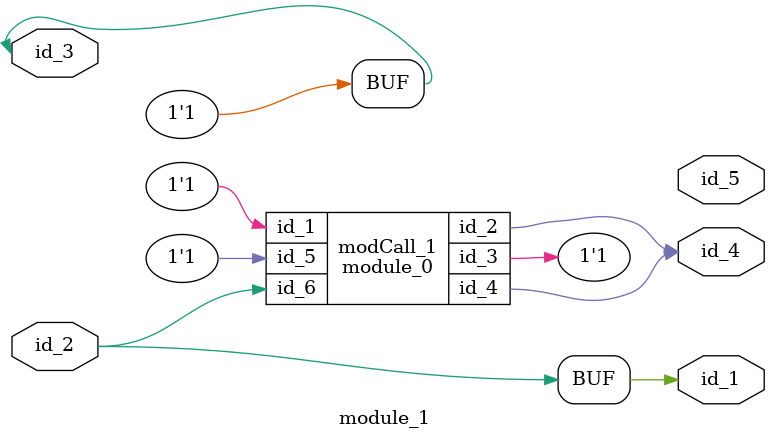
<source format=v>
module module_0 (
    id_1,
    id_2,
    id_3,
    id_4,
    id_5,
    id_6
);
  input wire id_6;
  input wire id_5;
  output wire id_4;
  inout wire id_3;
  output wire id_2;
  input wire id_1;
  assign id_3 = (1) & id_3;
endmodule
module module_1 (
    id_1,
    id_2,
    id_3,
    id_4,
    id_5
);
  output wire id_5;
  output wire id_4;
  inout wire id_3;
  inout wire id_2;
  output wire id_1;
  assign id_1 = id_2;
  module_0 modCall_1 (
      id_3,
      id_4,
      id_3,
      id_4,
      id_3,
      id_2
  );
  assign id_3 = 1;
endmodule

</source>
